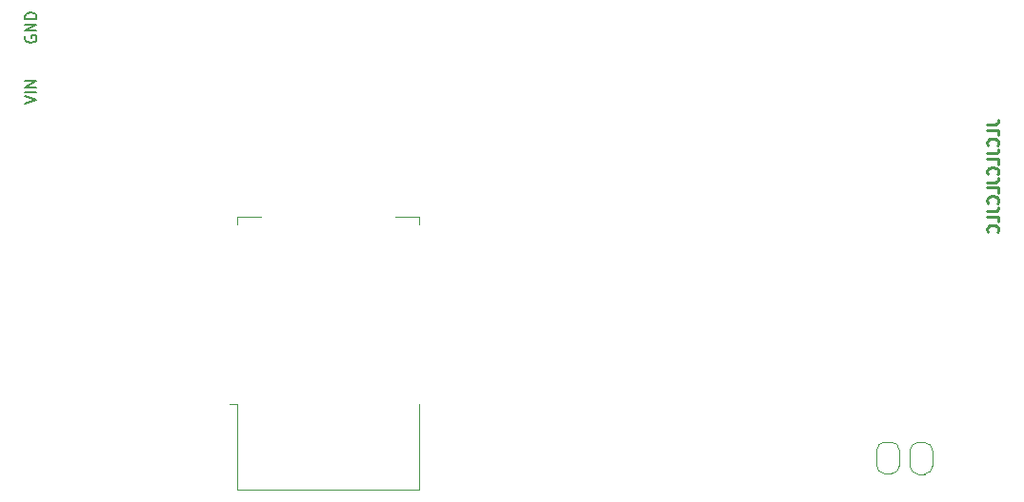
<source format=gbr>
%TF.GenerationSoftware,KiCad,Pcbnew,5.1.9-73d0e3b20d~88~ubuntu18.04.1*%
%TF.CreationDate,2021-03-24T04:21:48+02:00*%
%TF.ProjectId,Electra,456c6563-7472-4612-9e6b-696361645f70,rev?*%
%TF.SameCoordinates,Original*%
%TF.FileFunction,Legend,Bot*%
%TF.FilePolarity,Positive*%
%FSLAX46Y46*%
G04 Gerber Fmt 4.6, Leading zero omitted, Abs format (unit mm)*
G04 Created by KiCad (PCBNEW 5.1.9-73d0e3b20d~88~ubuntu18.04.1) date 2021-03-24 04:21:48*
%MOMM*%
%LPD*%
G01*
G04 APERTURE LIST*
%ADD10C,0.250000*%
%ADD11C,0.150000*%
%ADD12C,0.120000*%
G04 APERTURE END LIST*
D10*
X195752380Y-85630952D02*
X196466666Y-85630952D01*
X196609523Y-85583333D01*
X196704761Y-85488095D01*
X196752380Y-85345238D01*
X196752380Y-85250000D01*
X196752380Y-86583333D02*
X196752380Y-86107142D01*
X195752380Y-86107142D01*
X196657142Y-87488095D02*
X196704761Y-87440476D01*
X196752380Y-87297619D01*
X196752380Y-87202380D01*
X196704761Y-87059523D01*
X196609523Y-86964285D01*
X196514285Y-86916666D01*
X196323809Y-86869047D01*
X196180952Y-86869047D01*
X195990476Y-86916666D01*
X195895238Y-86964285D01*
X195800000Y-87059523D01*
X195752380Y-87202380D01*
X195752380Y-87297619D01*
X195800000Y-87440476D01*
X195847619Y-87488095D01*
X195752380Y-88202380D02*
X196466666Y-88202380D01*
X196609523Y-88154761D01*
X196704761Y-88059523D01*
X196752380Y-87916666D01*
X196752380Y-87821428D01*
X196752380Y-89154761D02*
X196752380Y-88678571D01*
X195752380Y-88678571D01*
X196657142Y-90059523D02*
X196704761Y-90011904D01*
X196752380Y-89869047D01*
X196752380Y-89773809D01*
X196704761Y-89630952D01*
X196609523Y-89535714D01*
X196514285Y-89488095D01*
X196323809Y-89440476D01*
X196180952Y-89440476D01*
X195990476Y-89488095D01*
X195895238Y-89535714D01*
X195800000Y-89630952D01*
X195752380Y-89773809D01*
X195752380Y-89869047D01*
X195800000Y-90011904D01*
X195847619Y-90059523D01*
X195752380Y-90773809D02*
X196466666Y-90773809D01*
X196609523Y-90726190D01*
X196704761Y-90630952D01*
X196752380Y-90488095D01*
X196752380Y-90392857D01*
X196752380Y-91726190D02*
X196752380Y-91250000D01*
X195752380Y-91250000D01*
X196657142Y-92630952D02*
X196704761Y-92583333D01*
X196752380Y-92440476D01*
X196752380Y-92345238D01*
X196704761Y-92202380D01*
X196609523Y-92107142D01*
X196514285Y-92059523D01*
X196323809Y-92011904D01*
X196180952Y-92011904D01*
X195990476Y-92059523D01*
X195895238Y-92107142D01*
X195800000Y-92202380D01*
X195752380Y-92345238D01*
X195752380Y-92440476D01*
X195800000Y-92583333D01*
X195847619Y-92630952D01*
X195752380Y-93345238D02*
X196466666Y-93345238D01*
X196609523Y-93297619D01*
X196704761Y-93202380D01*
X196752380Y-93059523D01*
X196752380Y-92964285D01*
X196752380Y-94297619D02*
X196752380Y-93821428D01*
X195752380Y-93821428D01*
X196657142Y-95202380D02*
X196704761Y-95154761D01*
X196752380Y-95011904D01*
X196752380Y-94916666D01*
X196704761Y-94773809D01*
X196609523Y-94678571D01*
X196514285Y-94630952D01*
X196323809Y-94583333D01*
X196180952Y-94583333D01*
X195990476Y-94630952D01*
X195895238Y-94678571D01*
X195800000Y-94773809D01*
X195752380Y-94916666D01*
X195752380Y-95011904D01*
X195800000Y-95154761D01*
X195847619Y-95202380D01*
D11*
X110252380Y-83795238D02*
X111252380Y-83461904D01*
X110252380Y-83128571D01*
X111252380Y-82795238D02*
X110252380Y-82795238D01*
X111252380Y-82319047D02*
X110252380Y-82319047D01*
X111252380Y-81747619D01*
X110252380Y-81747619D01*
X110300000Y-77761904D02*
X110252380Y-77857142D01*
X110252380Y-78000000D01*
X110300000Y-78142857D01*
X110395238Y-78238095D01*
X110490476Y-78285714D01*
X110680952Y-78333333D01*
X110823809Y-78333333D01*
X111014285Y-78285714D01*
X111109523Y-78238095D01*
X111204761Y-78142857D01*
X111252380Y-78000000D01*
X111252380Y-77904761D01*
X111204761Y-77761904D01*
X111157142Y-77714285D01*
X110823809Y-77714285D01*
X110823809Y-77904761D01*
X111252380Y-77285714D02*
X110252380Y-77285714D01*
X111252380Y-76714285D01*
X110252380Y-76714285D01*
X111252380Y-76238095D02*
X110252380Y-76238095D01*
X110252380Y-76000000D01*
X110300000Y-75857142D01*
X110395238Y-75761904D01*
X110490476Y-75714285D01*
X110680952Y-75666666D01*
X110823809Y-75666666D01*
X111014285Y-75714285D01*
X111109523Y-75761904D01*
X111204761Y-75857142D01*
X111252380Y-76000000D01*
X111252380Y-76238095D01*
D12*
%TO.C,JP301*%
X190900000Y-116050000D02*
X190900000Y-114650000D01*
X190200000Y-113950000D02*
X189600000Y-113950000D01*
X188900000Y-114650000D02*
X188900000Y-116050000D01*
X189600000Y-116750000D02*
X190200000Y-116750000D01*
X190900000Y-114650000D02*
G75*
G03*
X190200000Y-113950000I-700000J0D01*
G01*
X189600000Y-113950000D02*
G75*
G03*
X188900000Y-114650000I0J-700000D01*
G01*
X188900000Y-116050000D02*
G75*
G03*
X189600000Y-116750000I700000J0D01*
G01*
X190200000Y-116750000D02*
G75*
G03*
X190900000Y-116050000I0J700000D01*
G01*
%TO.C,JP401*%
X186644000Y-116716000D02*
X187244000Y-116716000D01*
X185944000Y-114616000D02*
X185944000Y-116016000D01*
X187244000Y-113916000D02*
X186644000Y-113916000D01*
X187944000Y-116016000D02*
X187944000Y-114616000D01*
X187244000Y-116716000D02*
G75*
G03*
X187944000Y-116016000I0J700000D01*
G01*
X185944000Y-116016000D02*
G75*
G03*
X186644000Y-116716000I700000J0D01*
G01*
X186644000Y-113916000D02*
G75*
G03*
X185944000Y-114616000I0J-700000D01*
G01*
X187944000Y-114616000D02*
G75*
G03*
X187244000Y-113916000I-700000J0D01*
G01*
%TO.C,U601*%
X129064000Y-110500000D02*
X128454000Y-110500000D01*
X129064000Y-110500000D02*
X129064000Y-118120000D01*
X129064000Y-93880000D02*
X129064000Y-94500000D01*
X131184000Y-93880000D02*
X129064000Y-93880000D01*
X145304000Y-93880000D02*
X143184000Y-93880000D01*
X145304000Y-94500000D02*
X145304000Y-93880000D01*
X145304000Y-118120000D02*
X145304000Y-110500000D01*
X129064000Y-118120000D02*
X145304000Y-118120000D01*
%TD*%
M02*

</source>
